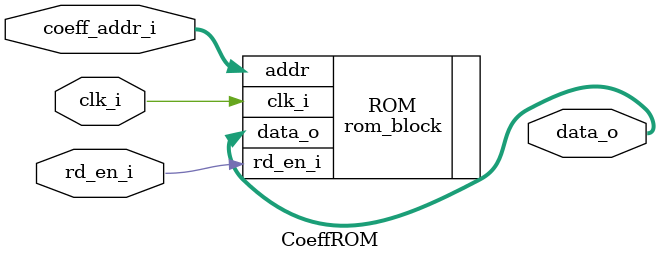
<source format=v>
`timescale 1ns / 100ps

module CoeffROM #(
    parameter DATA_WIDTH = 32,
    parameter ADDR_LINES = 5,
    parameter INIT_FILE = "taylor_coeffs.mem"
) (
    input wire clk_i,
    input wire rd_en_i,
    input wire [ADDR_LINES-1:0] coeff_addr_i,

    output wire [DATA_WIDTH-1:0] data_o
);

    rom_block #(
        .DATA_WIDTH(DATA_WIDTH),
        .ADDR_LINES(ADDR_LINES),
        .INIT_FILE(INIT_FILE)
    ) ROM (
        .clk_i(clk_i),
        .addr(coeff_addr_i),
        .rd_en_i(rd_en_i),
        .data_o(data_o)
    );

endmodule

</source>
